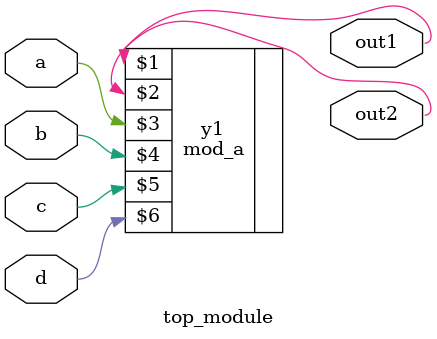
<source format=v>
module top_module ( 
    input a, 
    input b, 
    input c,
    input d,
    output out1,
    output out2
);

    mod_a y1(out1, out2, a, b, c, d);

endmodule

</source>
